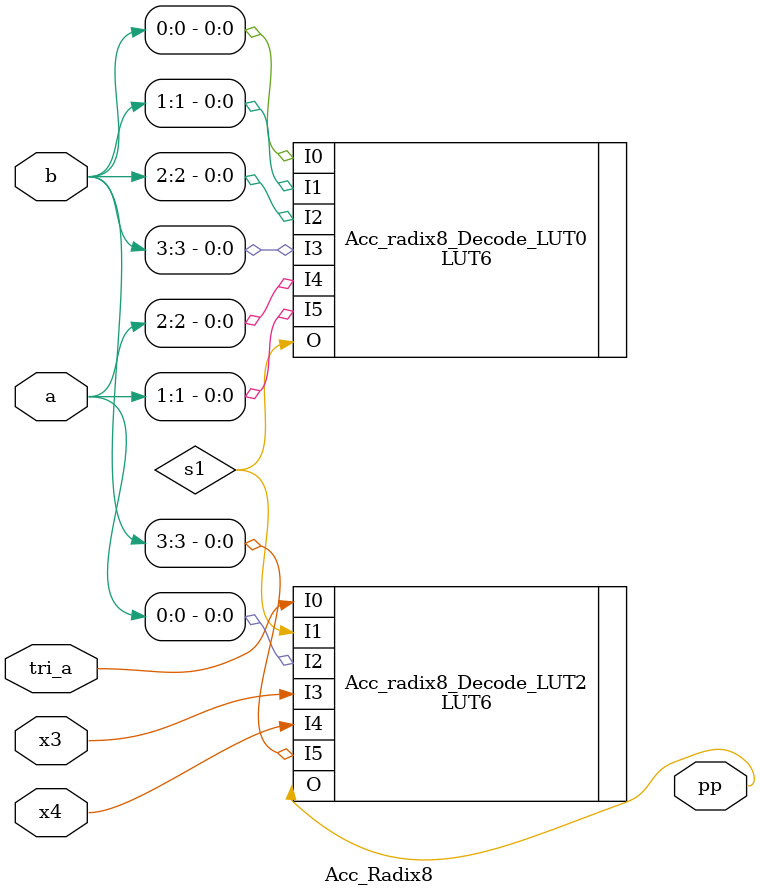
<source format=v>
module Acc_Radix8 (
    input [2:0] a,
    input [3:0] b,
    input [0:0] x3,x4,
    input tri_a,
    output wire pp
);
// Initialize parameters
parameter LUT_INIT0 = 64'h001E601818067800;
parameter LUT_INIT1 = 64'hDFCFDDCCFEFCEECC;
wire s1;
LUT6 #(.INIT(LUT_INIT0)) Acc_radix8_Decode_LUT0 (
    .I0(b[0]), .I1(b[1]), .I2(b[2]), .I3(b[3]), .I4(a[2]), .I5(a[1]),
    .O(s1)
);//x1 x2,x0
LUT6 #(.INIT(LUT_INIT1)) Acc_radix8_Decode_LUT2 (
    .I0(tri_a), .I1(s1), .I2(a[0]), .I3(x3), .I4(x4), .I5(b[3]),
    .O(pp)//x3 x4
);
endmodule

</source>
